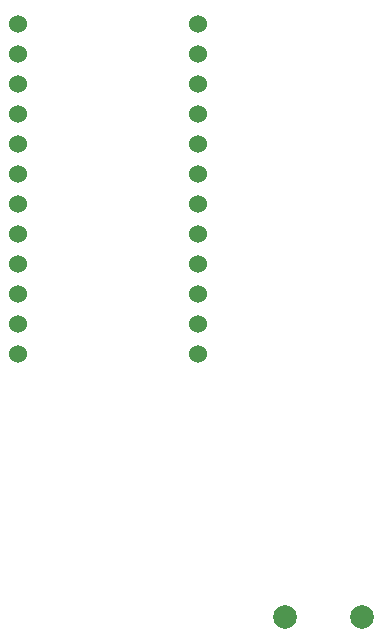
<source format=gts>
G04 #@! TF.GenerationSoftware,KiCad,Pcbnew,(5.1.10)-1*
G04 #@! TF.CreationDate,2021-05-19T19:05:48-07:00*
G04 #@! TF.ProjectId,numpad,6e756d70-6164-42e6-9b69-6361645f7063,rev?*
G04 #@! TF.SameCoordinates,Original*
G04 #@! TF.FileFunction,Soldermask,Top*
G04 #@! TF.FilePolarity,Negative*
%FSLAX46Y46*%
G04 Gerber Fmt 4.6, Leading zero omitted, Abs format (unit mm)*
G04 Created by KiCad (PCBNEW (5.1.10)-1) date 2021-05-19 19:05:48*
%MOMM*%
%LPD*%
G01*
G04 APERTURE LIST*
%ADD10C,2.000000*%
%ADD11C,1.524000*%
G04 APERTURE END LIST*
D10*
X156443750Y-102393750D03*
X149943750Y-102393750D03*
D11*
X127326100Y-52197000D03*
X127326100Y-54737000D03*
X127326100Y-57277000D03*
X127326100Y-59817000D03*
X127326100Y-62357000D03*
X127326100Y-64897000D03*
X127326100Y-67437000D03*
X127326100Y-69977000D03*
X127326100Y-72517000D03*
X127326100Y-75057000D03*
X127326100Y-77597000D03*
X127326100Y-80137000D03*
X142546100Y-80137000D03*
X142546100Y-77597000D03*
X142546100Y-75057000D03*
X142546100Y-72517000D03*
X142546100Y-69977000D03*
X142546100Y-67437000D03*
X142546100Y-64897000D03*
X142546100Y-62357000D03*
X142546100Y-59817000D03*
X142546100Y-57277000D03*
X142546100Y-54737000D03*
X142546100Y-52197000D03*
M02*

</source>
